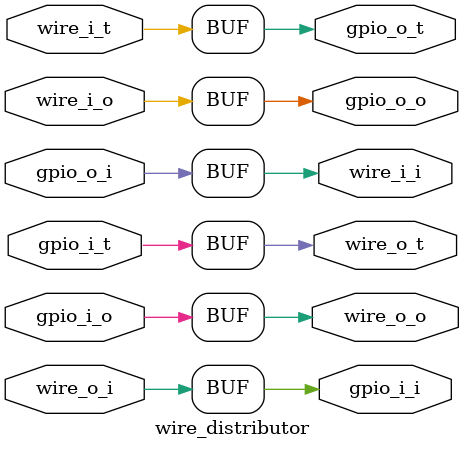
<source format=v>
`timescale 1ns / 1ps

module wire_distributor(
gpio_i_i,
gpio_i_o,
gpio_i_t,
wire_o_i,
wire_o_o,
wire_o_t,

wire_i_i,
wire_i_o,
wire_i_t,
gpio_o_i,
gpio_o_o,
gpio_o_t
);

parameter TYPE = 0;
parameter WIDTH = 1;

output reg [WIDTH-1:0] gpio_i_i;
input [WIDTH-1:0] gpio_i_o;
input [WIDTH-1:0] gpio_i_t;
input [WIDTH-1:0] wire_o_i;
output reg [WIDTH-1:0] wire_o_o;
output reg [WIDTH-1:0] wire_o_t;

output reg [WIDTH-1:0] wire_i_i;
input [WIDTH-1:0] wire_i_o;
input [WIDTH-1:0] wire_i_t;
input [WIDTH-1:0] gpio_o_i;
output reg [WIDTH-1:0] gpio_o_o;
output reg [WIDTH-1:0] gpio_o_t;

genvar i;
generate
        for (i=0; i < WIDTH; i=i+1)
            begin
                always@(*) begin
                    gpio_i_i <= wire_o_i;
                    wire_o_o <= gpio_i_o;
                    wire_o_t <= gpio_i_t;
                    wire_i_i <= gpio_o_i;
                    gpio_o_o <= wire_i_o;
                    gpio_o_t <= wire_i_t;
                end
            end
endgenerate
endmodule

</source>
